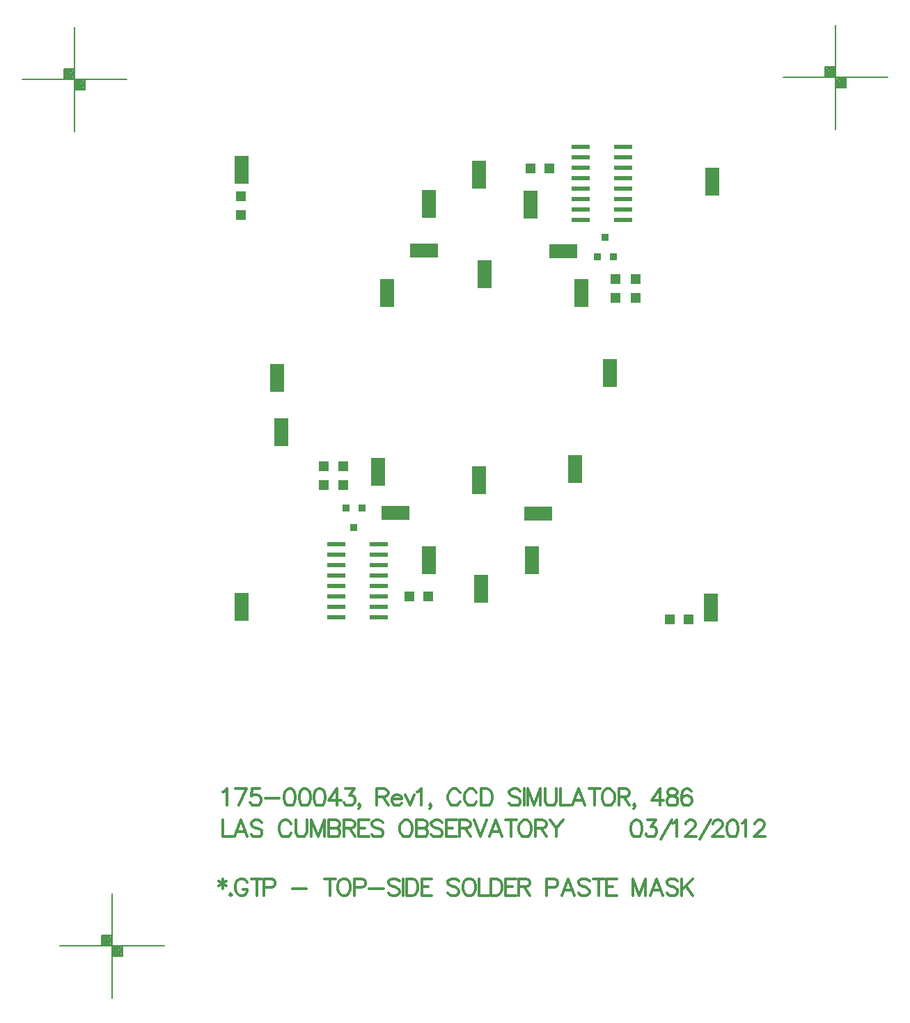
<source format=gtp>
%FSLAX23Y23*%
%MOIN*%
G70*
G01*
G75*
G04 Layer_Color=8421504*
%ADD10R,0.070X0.135*%
%ADD11R,0.087X0.024*%
%ADD12R,0.135X0.070*%
%ADD13R,0.050X0.050*%
%ADD14R,0.050X0.050*%
%ADD15R,0.035X0.037*%
%ADD16R,0.035X0.037*%
%ADD17C,0.010*%
%ADD18C,0.012*%
%ADD19C,0.008*%
%ADD20C,0.012*%
%ADD21C,0.012*%
%ADD22R,0.059X0.059*%
%ADD23C,0.059*%
%ADD24C,0.055*%
%ADD25R,0.070X0.070*%
%ADD26C,0.070*%
%ADD27C,0.024*%
%ADD28C,0.040*%
%ADD29C,0.075*%
G04:AMPARAMS|DCode=30|XSize=95.433mil|YSize=95.433mil|CornerRadius=0mil|HoleSize=0mil|Usage=FLASHONLY|Rotation=0.000|XOffset=0mil|YOffset=0mil|HoleType=Round|Shape=Relief|Width=10mil|Gap=10mil|Entries=4|*
%AMTHD30*
7,0,0,0.095,0.075,0.010,45*
%
%ADD30THD30*%
G04:AMPARAMS|DCode=31|XSize=93.465mil|YSize=93.465mil|CornerRadius=0mil|HoleSize=0mil|Usage=FLASHONLY|Rotation=0.000|XOffset=0mil|YOffset=0mil|HoleType=Round|Shape=Relief|Width=10mil|Gap=10mil|Entries=4|*
%AMTHD31*
7,0,0,0.093,0.073,0.010,45*
%
%ADD31THD31*%
%ADD32C,0.073*%
G04:AMPARAMS|DCode=33|XSize=100mil|YSize=100mil|CornerRadius=0mil|HoleSize=0mil|Usage=FLASHONLY|Rotation=0.000|XOffset=0mil|YOffset=0mil|HoleType=Round|Shape=Relief|Width=10mil|Gap=10mil|Entries=4|*
%AMTHD33*
7,0,0,0.100,0.080,0.010,45*
%
%ADD33THD33*%
%ADD34C,0.080*%
%ADD35C,0.050*%
G04:AMPARAMS|DCode=36|XSize=70mil|YSize=70mil|CornerRadius=0mil|HoleSize=0mil|Usage=FLASHONLY|Rotation=0.000|XOffset=0mil|YOffset=0mil|HoleType=Round|Shape=Relief|Width=10mil|Gap=10mil|Entries=4|*
%AMTHD36*
7,0,0,0.070,0.050,0.010,45*
%
%ADD36THD36*%
%ADD37C,0.005*%
%ADD38C,0.006*%
%ADD39C,0.008*%
%ADD40C,0.010*%
%ADD41C,0.024*%
%ADD42C,0.010*%
%ADD43C,0.007*%
%ADD44R,0.169X0.072*%
D10*
X15340Y8286D02*
D03*
X15366Y9274D02*
D03*
X15967Y8798D02*
D03*
X14373Y8776D02*
D03*
X16451Y7677D02*
D03*
X15352Y7767D02*
D03*
X15342Y9748D02*
D03*
X14205Y9772D02*
D03*
X14203Y7680D02*
D03*
X16458Y9717D02*
D03*
X15800Y8340D02*
D03*
X15830Y9183D02*
D03*
X14902Y9182D02*
D03*
X14856Y8327D02*
D03*
X15593Y7904D02*
D03*
X15587Y9606D02*
D03*
X15099Y9610D02*
D03*
Y7904D02*
D03*
X14394Y8517D02*
D03*
D11*
X15826Y9882D02*
D03*
Y9832D02*
D03*
Y9782D02*
D03*
Y9732D02*
D03*
Y9682D02*
D03*
Y9632D02*
D03*
Y9582D02*
D03*
Y9532D02*
D03*
X16031Y9882D02*
D03*
Y9832D02*
D03*
Y9782D02*
D03*
Y9732D02*
D03*
Y9682D02*
D03*
Y9632D02*
D03*
Y9582D02*
D03*
Y9532D02*
D03*
X14861Y7628D02*
D03*
Y7678D02*
D03*
Y7728D02*
D03*
Y7778D02*
D03*
Y7828D02*
D03*
Y7878D02*
D03*
Y7928D02*
D03*
Y7978D02*
D03*
X14656Y7628D02*
D03*
Y7678D02*
D03*
Y7728D02*
D03*
Y7778D02*
D03*
Y7828D02*
D03*
Y7878D02*
D03*
Y7928D02*
D03*
Y7978D02*
D03*
D12*
X15624Y8127D02*
D03*
X15744Y9382D02*
D03*
X15077Y9385D02*
D03*
X14942Y8128D02*
D03*
D13*
X16344Y7618D02*
D03*
X16254D02*
D03*
X15678Y9781D02*
D03*
X15588D02*
D03*
X15008Y7729D02*
D03*
X15098D02*
D03*
D14*
X14200Y9557D02*
D03*
Y9647D02*
D03*
X16090Y9248D02*
D03*
Y9158D02*
D03*
X14596Y8262D02*
D03*
Y8352D02*
D03*
X15995Y9248D02*
D03*
Y9158D02*
D03*
X14691Y8262D02*
D03*
Y8352D02*
D03*
D15*
X15945Y9449D02*
D03*
X15908Y9357D02*
D03*
X14741Y8061D02*
D03*
X14779Y8153D02*
D03*
D16*
X15983Y9357D02*
D03*
X14704Y8153D02*
D03*
D19*
X16796Y10217D02*
X17296D01*
X17046Y9967D02*
Y10467D01*
X17096Y10167D02*
Y10217D01*
X17046Y10167D02*
X17096D01*
X16996Y10217D02*
Y10267D01*
X17046D01*
X17001Y10222D02*
X17041D01*
X17001D02*
Y10262D01*
X17041D01*
Y10222D02*
Y10262D01*
X17006Y10227D02*
X17036D01*
X17006D02*
Y10257D01*
X17036D01*
Y10232D02*
Y10257D01*
X17011Y10232D02*
X17031D01*
X17011D02*
Y10252D01*
X17031D01*
Y10237D02*
Y10252D01*
X17016Y10237D02*
X17026D01*
X17016D02*
Y10247D01*
X17026D01*
Y10237D02*
Y10247D01*
X17016Y10242D02*
X17026D01*
X17051Y10172D02*
X17091D01*
X17051D02*
Y10212D01*
X17091D01*
Y10172D02*
Y10212D01*
X17056Y10177D02*
X17086D01*
X17056D02*
Y10207D01*
X17086D01*
Y10182D02*
Y10207D01*
X17061Y10182D02*
X17081D01*
X17061D02*
Y10202D01*
X17081D01*
Y10187D02*
Y10202D01*
X17066Y10187D02*
X17076D01*
X17066D02*
Y10197D01*
X17076D01*
Y10187D02*
Y10197D01*
X17066Y10192D02*
X17076D01*
X13155Y10207D02*
X13655D01*
X13405Y9957D02*
Y10457D01*
X13455Y10157D02*
Y10207D01*
X13405Y10157D02*
X13455D01*
X13355Y10207D02*
Y10257D01*
X13405D01*
X13360Y10212D02*
X13400D01*
X13360D02*
Y10252D01*
X13400D01*
Y10212D02*
Y10252D01*
X13365Y10217D02*
X13395D01*
X13365D02*
Y10247D01*
X13395D01*
Y10222D02*
Y10247D01*
X13370Y10222D02*
X13390D01*
X13370D02*
Y10242D01*
X13390D01*
Y10227D02*
Y10242D01*
X13375Y10227D02*
X13385D01*
X13375D02*
Y10237D01*
X13385D01*
Y10227D02*
Y10237D01*
X13375Y10232D02*
X13385D01*
X13410Y10162D02*
X13450D01*
X13410D02*
Y10202D01*
X13450D01*
Y10162D02*
Y10202D01*
X13415Y10167D02*
X13445D01*
X13415D02*
Y10197D01*
X13445D01*
Y10172D02*
Y10197D01*
X13420Y10172D02*
X13440D01*
X13420D02*
Y10192D01*
X13440D01*
Y10177D02*
Y10192D01*
X13425Y10177D02*
X13435D01*
X13425D02*
Y10187D01*
X13435D01*
Y10177D02*
Y10187D01*
X13425Y10182D02*
X13435D01*
X13334Y6057D02*
X13834D01*
X13584Y5807D02*
Y6307D01*
X13634Y6007D02*
Y6057D01*
X13584Y6007D02*
X13634D01*
X13534Y6057D02*
Y6107D01*
X13584D01*
X13539Y6062D02*
X13579D01*
X13539D02*
Y6102D01*
X13579D01*
Y6062D02*
Y6102D01*
X13544Y6067D02*
X13574D01*
X13544D02*
Y6097D01*
X13574D01*
Y6072D02*
Y6097D01*
X13549Y6072D02*
X13569D01*
X13549D02*
Y6092D01*
X13569D01*
Y6077D02*
Y6092D01*
X13554Y6077D02*
X13564D01*
X13554D02*
Y6087D01*
X13564D01*
Y6077D02*
Y6087D01*
X13554Y6082D02*
X13564D01*
X13589Y6012D02*
X13629D01*
X13589D02*
Y6052D01*
X13629D01*
Y6012D02*
Y6052D01*
X13594Y6017D02*
X13624D01*
X13594D02*
Y6047D01*
X13624D01*
Y6022D02*
Y6047D01*
X13599Y6022D02*
X13619D01*
X13599D02*
Y6042D01*
X13619D01*
Y6027D02*
Y6042D01*
X13604Y6027D02*
X13614D01*
X13604D02*
Y6037D01*
X13614D01*
Y6027D02*
Y6037D01*
X13604Y6032D02*
X13614D01*
D20*
X14115Y6658D02*
Y6578D01*
X14161D01*
X14230D02*
X14200Y6658D01*
X14169Y6578D01*
X14181Y6604D02*
X14219D01*
X14302Y6646D02*
X14295Y6654D01*
X14283Y6658D01*
X14268D01*
X14257Y6654D01*
X14249Y6646D01*
Y6639D01*
X14253Y6631D01*
X14257Y6627D01*
X14264Y6623D01*
X14287Y6616D01*
X14295Y6612D01*
X14299Y6608D01*
X14302Y6600D01*
Y6589D01*
X14295Y6581D01*
X14283Y6578D01*
X14268D01*
X14257Y6581D01*
X14249Y6589D01*
X14440Y6639D02*
X14436Y6646D01*
X14429Y6654D01*
X14421Y6658D01*
X14406D01*
X14398Y6654D01*
X14391Y6646D01*
X14387Y6639D01*
X14383Y6627D01*
Y6608D01*
X14387Y6597D01*
X14391Y6589D01*
X14398Y6581D01*
X14406Y6578D01*
X14421D01*
X14429Y6581D01*
X14436Y6589D01*
X14440Y6597D01*
X14463Y6658D02*
Y6600D01*
X14467Y6589D01*
X14474Y6581D01*
X14486Y6578D01*
X14493D01*
X14505Y6581D01*
X14512Y6589D01*
X14516Y6600D01*
Y6658D01*
X14538D02*
Y6578D01*
Y6658D02*
X14569Y6578D01*
X14599Y6658D02*
X14569Y6578D01*
X14599Y6658D02*
Y6578D01*
X14622Y6658D02*
Y6578D01*
Y6658D02*
X14656D01*
X14668Y6654D01*
X14671Y6650D01*
X14675Y6642D01*
Y6635D01*
X14671Y6627D01*
X14668Y6623D01*
X14656Y6619D01*
X14622D02*
X14656D01*
X14668Y6616D01*
X14671Y6612D01*
X14675Y6604D01*
Y6593D01*
X14671Y6585D01*
X14668Y6581D01*
X14656Y6578D01*
X14622D01*
X14693Y6658D02*
Y6578D01*
Y6658D02*
X14727D01*
X14739Y6654D01*
X14743Y6650D01*
X14747Y6642D01*
Y6635D01*
X14743Y6627D01*
X14739Y6623D01*
X14727Y6619D01*
X14693D01*
X14720D02*
X14747Y6578D01*
X14814Y6658D02*
X14764D01*
Y6578D01*
X14814D01*
X14764Y6619D02*
X14795D01*
X14881Y6646D02*
X14873Y6654D01*
X14862Y6658D01*
X14846D01*
X14835Y6654D01*
X14827Y6646D01*
Y6639D01*
X14831Y6631D01*
X14835Y6627D01*
X14842Y6623D01*
X14865Y6616D01*
X14873Y6612D01*
X14877Y6608D01*
X14881Y6600D01*
Y6589D01*
X14873Y6581D01*
X14862Y6578D01*
X14846D01*
X14835Y6581D01*
X14827Y6589D01*
X14984Y6658D02*
X14977Y6654D01*
X14969Y6646D01*
X14965Y6639D01*
X14961Y6627D01*
Y6608D01*
X14965Y6597D01*
X14969Y6589D01*
X14977Y6581D01*
X14984Y6578D01*
X14999D01*
X15007Y6581D01*
X15015Y6589D01*
X15018Y6597D01*
X15022Y6608D01*
Y6627D01*
X15018Y6639D01*
X15015Y6646D01*
X15007Y6654D01*
X14999Y6658D01*
X14984D01*
X15041D02*
Y6578D01*
Y6658D02*
X15075D01*
X15087Y6654D01*
X15090Y6650D01*
X15094Y6642D01*
Y6635D01*
X15090Y6627D01*
X15087Y6623D01*
X15075Y6619D01*
X15041D02*
X15075D01*
X15087Y6616D01*
X15090Y6612D01*
X15094Y6604D01*
Y6593D01*
X15090Y6585D01*
X15087Y6581D01*
X15075Y6578D01*
X15041D01*
X15165Y6646D02*
X15158Y6654D01*
X15146Y6658D01*
X15131D01*
X15120Y6654D01*
X15112Y6646D01*
Y6639D01*
X15116Y6631D01*
X15120Y6627D01*
X15127Y6623D01*
X15150Y6616D01*
X15158Y6612D01*
X15162Y6608D01*
X15165Y6600D01*
Y6589D01*
X15158Y6581D01*
X15146Y6578D01*
X15131D01*
X15120Y6581D01*
X15112Y6589D01*
X15233Y6658D02*
X15183D01*
Y6578D01*
X15233D01*
X15183Y6619D02*
X15214D01*
X15246Y6658D02*
Y6578D01*
Y6658D02*
X15280D01*
X15292Y6654D01*
X15296Y6650D01*
X15300Y6642D01*
Y6635D01*
X15296Y6627D01*
X15292Y6623D01*
X15280Y6619D01*
X15246D01*
X15273D02*
X15300Y6578D01*
X15317Y6658D02*
X15348Y6578D01*
X15378Y6658D02*
X15348Y6578D01*
X15450D02*
X15419Y6658D01*
X15389Y6578D01*
X15400Y6604D02*
X15438D01*
X15495Y6658D02*
Y6578D01*
X15468Y6658D02*
X15522D01*
X15554D02*
X15546Y6654D01*
X15539Y6646D01*
X15535Y6639D01*
X15531Y6627D01*
Y6608D01*
X15535Y6597D01*
X15539Y6589D01*
X15546Y6581D01*
X15554Y6578D01*
X15569D01*
X15577Y6581D01*
X15584Y6589D01*
X15588Y6597D01*
X15592Y6608D01*
Y6627D01*
X15588Y6639D01*
X15584Y6646D01*
X15577Y6654D01*
X15569Y6658D01*
X15554D01*
X15611D02*
Y6578D01*
Y6658D02*
X15645D01*
X15656Y6654D01*
X15660Y6650D01*
X15664Y6642D01*
Y6635D01*
X15660Y6627D01*
X15656Y6623D01*
X15645Y6619D01*
X15611D01*
X15637D02*
X15664Y6578D01*
X15682Y6658D02*
X15712Y6619D01*
Y6578D01*
X15743Y6658D02*
X15712Y6619D01*
X16090Y6658D02*
X16079Y6654D01*
X16071Y6642D01*
X16067Y6623D01*
Y6612D01*
X16071Y6593D01*
X16079Y6581D01*
X16090Y6578D01*
X16098D01*
X16109Y6581D01*
X16117Y6593D01*
X16121Y6612D01*
Y6623D01*
X16117Y6642D01*
X16109Y6654D01*
X16098Y6658D01*
X16090D01*
X16146D02*
X16188D01*
X16165Y6627D01*
X16177D01*
X16184Y6623D01*
X16188Y6619D01*
X16192Y6608D01*
Y6600D01*
X16188Y6589D01*
X16180Y6581D01*
X16169Y6578D01*
X16158D01*
X16146Y6581D01*
X16142Y6585D01*
X16139Y6593D01*
X16210Y6566D02*
X16263Y6658D01*
X16268Y6642D02*
X16276Y6646D01*
X16288Y6658D01*
Y6578D01*
X16331Y6639D02*
Y6642D01*
X16335Y6650D01*
X16339Y6654D01*
X16346Y6658D01*
X16361D01*
X16369Y6654D01*
X16373Y6650D01*
X16377Y6642D01*
Y6635D01*
X16373Y6627D01*
X16365Y6616D01*
X16327Y6578D01*
X16380D01*
X16398Y6566D02*
X16452Y6658D01*
X16461Y6639D02*
Y6642D01*
X16465Y6650D01*
X16468Y6654D01*
X16476Y6658D01*
X16491D01*
X16499Y6654D01*
X16503Y6650D01*
X16507Y6642D01*
Y6635D01*
X16503Y6627D01*
X16495Y6616D01*
X16457Y6578D01*
X16510D01*
X16551Y6658D02*
X16540Y6654D01*
X16532Y6642D01*
X16528Y6623D01*
Y6612D01*
X16532Y6593D01*
X16540Y6581D01*
X16551Y6578D01*
X16559D01*
X16570Y6581D01*
X16578Y6593D01*
X16582Y6612D01*
Y6623D01*
X16578Y6642D01*
X16570Y6654D01*
X16559Y6658D01*
X16551D01*
X16599Y6642D02*
X16607Y6646D01*
X16618Y6658D01*
Y6578D01*
X16662Y6639D02*
Y6642D01*
X16666Y6650D01*
X16670Y6654D01*
X16677Y6658D01*
X16692D01*
X16700Y6654D01*
X16704Y6650D01*
X16708Y6642D01*
Y6635D01*
X16704Y6627D01*
X16696Y6616D01*
X16658Y6578D01*
X16711D01*
D21*
X14113Y6377D02*
Y6331D01*
X14094Y6366D02*
X14132Y6343D01*
Y6366D02*
X14094Y6343D01*
X14152Y6305D02*
X14148Y6301D01*
X14152Y6297D01*
X14156Y6301D01*
X14152Y6305D01*
X14231Y6358D02*
X14227Y6366D01*
X14219Y6373D01*
X14212Y6377D01*
X14196D01*
X14189Y6373D01*
X14181Y6366D01*
X14177Y6358D01*
X14174Y6347D01*
Y6327D01*
X14177Y6316D01*
X14181Y6308D01*
X14189Y6301D01*
X14196Y6297D01*
X14212D01*
X14219Y6301D01*
X14227Y6308D01*
X14231Y6316D01*
Y6327D01*
X14212D02*
X14231D01*
X14276Y6377D02*
Y6297D01*
X14249Y6377D02*
X14302D01*
X14312Y6335D02*
X14346D01*
X14358Y6339D01*
X14361Y6343D01*
X14365Y6350D01*
Y6362D01*
X14361Y6369D01*
X14358Y6373D01*
X14346Y6377D01*
X14312D01*
Y6297D01*
X14446Y6331D02*
X14514D01*
X14628Y6377D02*
Y6297D01*
X14601Y6377D02*
X14654D01*
X14687D02*
X14679Y6373D01*
X14671Y6366D01*
X14668Y6358D01*
X14664Y6347D01*
Y6327D01*
X14668Y6316D01*
X14671Y6308D01*
X14679Y6301D01*
X14687Y6297D01*
X14702D01*
X14709Y6301D01*
X14717Y6308D01*
X14721Y6316D01*
X14725Y6327D01*
Y6347D01*
X14721Y6358D01*
X14717Y6366D01*
X14709Y6373D01*
X14702Y6377D01*
X14687D01*
X14743Y6335D02*
X14778D01*
X14789Y6339D01*
X14793Y6343D01*
X14797Y6350D01*
Y6362D01*
X14793Y6369D01*
X14789Y6373D01*
X14778Y6377D01*
X14743D01*
Y6297D01*
X14815Y6331D02*
X14883D01*
X14960Y6366D02*
X14952Y6373D01*
X14941Y6377D01*
X14926D01*
X14914Y6373D01*
X14907Y6366D01*
Y6358D01*
X14911Y6350D01*
X14914Y6347D01*
X14922Y6343D01*
X14945Y6335D01*
X14952Y6331D01*
X14956Y6327D01*
X14960Y6320D01*
Y6308D01*
X14952Y6301D01*
X14941Y6297D01*
X14926D01*
X14914Y6301D01*
X14907Y6308D01*
X14978Y6377D02*
Y6297D01*
X14995Y6377D02*
Y6297D01*
Y6377D02*
X15021D01*
X15033Y6373D01*
X15040Y6366D01*
X15044Y6358D01*
X15048Y6347D01*
Y6327D01*
X15044Y6316D01*
X15040Y6308D01*
X15033Y6301D01*
X15021Y6297D01*
X14995D01*
X15115Y6377D02*
X15066D01*
Y6297D01*
X15115D01*
X15066Y6339D02*
X15096D01*
X15245Y6366D02*
X15237Y6373D01*
X15226Y6377D01*
X15211D01*
X15199Y6373D01*
X15192Y6366D01*
Y6358D01*
X15195Y6350D01*
X15199Y6347D01*
X15207Y6343D01*
X15230Y6335D01*
X15237Y6331D01*
X15241Y6327D01*
X15245Y6320D01*
Y6308D01*
X15237Y6301D01*
X15226Y6297D01*
X15211D01*
X15199Y6301D01*
X15192Y6308D01*
X15286Y6377D02*
X15278Y6373D01*
X15271Y6366D01*
X15267Y6358D01*
X15263Y6347D01*
Y6327D01*
X15267Y6316D01*
X15271Y6308D01*
X15278Y6301D01*
X15286Y6297D01*
X15301D01*
X15309Y6301D01*
X15316Y6308D01*
X15320Y6316D01*
X15324Y6327D01*
Y6347D01*
X15320Y6358D01*
X15316Y6366D01*
X15309Y6373D01*
X15301Y6377D01*
X15286D01*
X15342D02*
Y6297D01*
X15388D01*
X15397Y6377D02*
Y6297D01*
Y6377D02*
X15424D01*
X15435Y6373D01*
X15443Y6366D01*
X15446Y6358D01*
X15450Y6347D01*
Y6327D01*
X15446Y6316D01*
X15443Y6308D01*
X15435Y6301D01*
X15424Y6297D01*
X15397D01*
X15518Y6377D02*
X15468D01*
Y6297D01*
X15518D01*
X15468Y6339D02*
X15499D01*
X15531Y6377D02*
Y6297D01*
Y6377D02*
X15565D01*
X15577Y6373D01*
X15581Y6369D01*
X15584Y6362D01*
Y6354D01*
X15581Y6347D01*
X15577Y6343D01*
X15565Y6339D01*
X15531D01*
X15558D02*
X15584Y6297D01*
X15665Y6335D02*
X15699D01*
X15711Y6339D01*
X15715Y6343D01*
X15718Y6350D01*
Y6362D01*
X15715Y6369D01*
X15711Y6373D01*
X15699Y6377D01*
X15665D01*
Y6297D01*
X15797D02*
X15767Y6377D01*
X15736Y6297D01*
X15748Y6324D02*
X15786D01*
X15869Y6366D02*
X15862Y6373D01*
X15850Y6377D01*
X15835D01*
X15824Y6373D01*
X15816Y6366D01*
Y6358D01*
X15820Y6350D01*
X15824Y6347D01*
X15831Y6343D01*
X15854Y6335D01*
X15862Y6331D01*
X15865Y6327D01*
X15869Y6320D01*
Y6308D01*
X15862Y6301D01*
X15850Y6297D01*
X15835D01*
X15824Y6301D01*
X15816Y6308D01*
X15914Y6377D02*
Y6297D01*
X15887Y6377D02*
X15940D01*
X15999D02*
X15950D01*
Y6297D01*
X15999D01*
X15950Y6339D02*
X15980D01*
X16076Y6377D02*
Y6297D01*
Y6377D02*
X16106Y6297D01*
X16137Y6377D02*
X16106Y6297D01*
X16137Y6377D02*
Y6297D01*
X16220D02*
X16190Y6377D01*
X16159Y6297D01*
X16171Y6324D02*
X16209D01*
X16292Y6366D02*
X16285Y6373D01*
X16273Y6377D01*
X16258D01*
X16247Y6373D01*
X16239Y6366D01*
Y6358D01*
X16243Y6350D01*
X16247Y6347D01*
X16254Y6343D01*
X16277Y6335D01*
X16285Y6331D01*
X16289Y6327D01*
X16292Y6320D01*
Y6308D01*
X16285Y6301D01*
X16273Y6297D01*
X16258D01*
X16247Y6301D01*
X16239Y6308D01*
X16310Y6377D02*
Y6297D01*
X16364Y6377D02*
X16310Y6324D01*
X16329Y6343D02*
X16364Y6297D01*
X14115Y6792D02*
X14123Y6796D01*
X14134Y6808D01*
Y6728D01*
X14227Y6808D02*
X14189Y6728D01*
X14174Y6808D02*
X14227D01*
X14291D02*
X14253D01*
X14249Y6773D01*
X14253Y6777D01*
X14264Y6781D01*
X14275D01*
X14287Y6777D01*
X14294Y6769D01*
X14298Y6758D01*
Y6750D01*
X14294Y6739D01*
X14287Y6731D01*
X14275Y6728D01*
X14264D01*
X14253Y6731D01*
X14249Y6735D01*
X14245Y6743D01*
X14316Y6762D02*
X14385D01*
X14431Y6808D02*
X14420Y6804D01*
X14412Y6792D01*
X14408Y6773D01*
Y6762D01*
X14412Y6743D01*
X14420Y6731D01*
X14431Y6728D01*
X14439D01*
X14450Y6731D01*
X14458Y6743D01*
X14462Y6762D01*
Y6773D01*
X14458Y6792D01*
X14450Y6804D01*
X14439Y6808D01*
X14431D01*
X14502D02*
X14491Y6804D01*
X14483Y6792D01*
X14480Y6773D01*
Y6762D01*
X14483Y6743D01*
X14491Y6731D01*
X14502Y6728D01*
X14510D01*
X14521Y6731D01*
X14529Y6743D01*
X14533Y6762D01*
Y6773D01*
X14529Y6792D01*
X14521Y6804D01*
X14510Y6808D01*
X14502D01*
X14574D02*
X14562Y6804D01*
X14555Y6792D01*
X14551Y6773D01*
Y6762D01*
X14555Y6743D01*
X14562Y6731D01*
X14574Y6728D01*
X14581D01*
X14593Y6731D01*
X14600Y6743D01*
X14604Y6762D01*
Y6773D01*
X14600Y6792D01*
X14593Y6804D01*
X14581Y6808D01*
X14574D01*
X14660D02*
X14622Y6754D01*
X14679D01*
X14660Y6808D02*
Y6728D01*
X14701Y6808D02*
X14743D01*
X14720Y6777D01*
X14731D01*
X14739Y6773D01*
X14743Y6769D01*
X14747Y6758D01*
Y6750D01*
X14743Y6739D01*
X14735Y6731D01*
X14724Y6728D01*
X14712D01*
X14701Y6731D01*
X14697Y6735D01*
X14693Y6743D01*
X14772Y6731D02*
X14768Y6728D01*
X14764Y6731D01*
X14768Y6735D01*
X14772Y6731D01*
Y6724D01*
X14768Y6716D01*
X14764Y6712D01*
X14852Y6808D02*
Y6728D01*
Y6808D02*
X14887D01*
X14898Y6804D01*
X14902Y6800D01*
X14906Y6792D01*
Y6785D01*
X14902Y6777D01*
X14898Y6773D01*
X14887Y6769D01*
X14852D01*
X14879D02*
X14906Y6728D01*
X14924Y6758D02*
X14969D01*
Y6766D01*
X14966Y6773D01*
X14962Y6777D01*
X14954Y6781D01*
X14943D01*
X14935Y6777D01*
X14927Y6769D01*
X14924Y6758D01*
Y6750D01*
X14927Y6739D01*
X14935Y6731D01*
X14943Y6728D01*
X14954D01*
X14962Y6731D01*
X14969Y6739D01*
X14986Y6781D02*
X15009Y6728D01*
X15032Y6781D02*
X15009Y6728D01*
X15045Y6792D02*
X15053Y6796D01*
X15064Y6808D01*
Y6728D01*
X15111Y6731D02*
X15108Y6728D01*
X15104Y6731D01*
X15108Y6735D01*
X15111Y6731D01*
Y6724D01*
X15108Y6716D01*
X15104Y6712D01*
X15249Y6789D02*
X15245Y6796D01*
X15237Y6804D01*
X15230Y6808D01*
X15215D01*
X15207Y6804D01*
X15199Y6796D01*
X15196Y6789D01*
X15192Y6777D01*
Y6758D01*
X15196Y6747D01*
X15199Y6739D01*
X15207Y6731D01*
X15215Y6728D01*
X15230D01*
X15237Y6731D01*
X15245Y6739D01*
X15249Y6747D01*
X15328Y6789D02*
X15325Y6796D01*
X15317Y6804D01*
X15309Y6808D01*
X15294D01*
X15287Y6804D01*
X15279Y6796D01*
X15275Y6789D01*
X15271Y6777D01*
Y6758D01*
X15275Y6747D01*
X15279Y6739D01*
X15287Y6731D01*
X15294Y6728D01*
X15309D01*
X15317Y6731D01*
X15325Y6739D01*
X15328Y6747D01*
X15351Y6808D02*
Y6728D01*
Y6808D02*
X15378D01*
X15389Y6804D01*
X15397Y6796D01*
X15400Y6789D01*
X15404Y6777D01*
Y6758D01*
X15400Y6747D01*
X15397Y6739D01*
X15389Y6731D01*
X15378Y6728D01*
X15351D01*
X15538Y6796D02*
X15531Y6804D01*
X15519Y6808D01*
X15504D01*
X15493Y6804D01*
X15485Y6796D01*
Y6789D01*
X15489Y6781D01*
X15493Y6777D01*
X15500Y6773D01*
X15523Y6766D01*
X15531Y6762D01*
X15535Y6758D01*
X15538Y6750D01*
Y6739D01*
X15531Y6731D01*
X15519Y6728D01*
X15504D01*
X15493Y6731D01*
X15485Y6739D01*
X15556Y6808D02*
Y6728D01*
X15573Y6808D02*
Y6728D01*
Y6808D02*
X15603Y6728D01*
X15634Y6808D02*
X15603Y6728D01*
X15634Y6808D02*
Y6728D01*
X15657Y6808D02*
Y6750D01*
X15661Y6739D01*
X15668Y6731D01*
X15680Y6728D01*
X15687D01*
X15699Y6731D01*
X15706Y6739D01*
X15710Y6750D01*
Y6808D01*
X15732D02*
Y6728D01*
X15778D01*
X15848D02*
X15817Y6808D01*
X15787Y6728D01*
X15798Y6754D02*
X15836D01*
X15893Y6808D02*
Y6728D01*
X15866Y6808D02*
X15920D01*
X15952D02*
X15944Y6804D01*
X15937Y6796D01*
X15933Y6789D01*
X15929Y6777D01*
Y6758D01*
X15933Y6747D01*
X15937Y6739D01*
X15944Y6731D01*
X15952Y6728D01*
X15967D01*
X15975Y6731D01*
X15982Y6739D01*
X15986Y6747D01*
X15990Y6758D01*
Y6777D01*
X15986Y6789D01*
X15982Y6796D01*
X15975Y6804D01*
X15967Y6808D01*
X15952D01*
X16009D02*
Y6728D01*
Y6808D02*
X16043D01*
X16054Y6804D01*
X16058Y6800D01*
X16062Y6792D01*
Y6785D01*
X16058Y6777D01*
X16054Y6773D01*
X16043Y6769D01*
X16009D01*
X16035D02*
X16062Y6728D01*
X16088Y6731D02*
X16084Y6728D01*
X16080Y6731D01*
X16084Y6735D01*
X16088Y6731D01*
Y6724D01*
X16084Y6716D01*
X16080Y6712D01*
X16206Y6808D02*
X16168Y6754D01*
X16225D01*
X16206Y6808D02*
Y6728D01*
X16258Y6808D02*
X16247Y6804D01*
X16243Y6796D01*
Y6789D01*
X16247Y6781D01*
X16254Y6777D01*
X16270Y6773D01*
X16281Y6769D01*
X16289Y6762D01*
X16292Y6754D01*
Y6743D01*
X16289Y6735D01*
X16285Y6731D01*
X16273Y6728D01*
X16258D01*
X16247Y6731D01*
X16243Y6735D01*
X16239Y6743D01*
Y6754D01*
X16243Y6762D01*
X16251Y6769D01*
X16262Y6773D01*
X16277Y6777D01*
X16285Y6781D01*
X16289Y6789D01*
Y6796D01*
X16285Y6804D01*
X16273Y6808D01*
X16258D01*
X16356Y6796D02*
X16352Y6804D01*
X16341Y6808D01*
X16333D01*
X16322Y6804D01*
X16314Y6792D01*
X16310Y6773D01*
Y6754D01*
X16314Y6739D01*
X16322Y6731D01*
X16333Y6728D01*
X16337D01*
X16348Y6731D01*
X16356Y6739D01*
X16360Y6750D01*
Y6754D01*
X16356Y6766D01*
X16348Y6773D01*
X16337Y6777D01*
X16333D01*
X16322Y6773D01*
X16314Y6766D01*
X16310Y6754D01*
M02*

</source>
